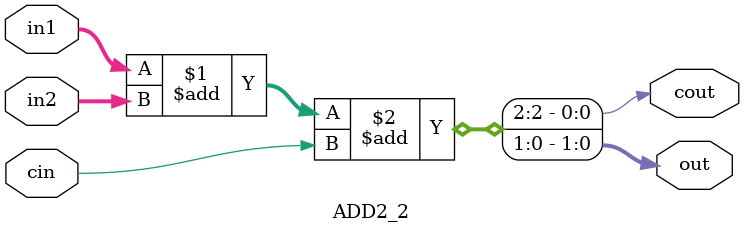
<source format=v>
module ADD2_2 #(parameter SIZE = 2)(input [SIZE-1:0] in1, in2, 
    input cin, output [SIZE-1:0] out, output cout);
assign {cout, out} = in1 + in2 + cin;
endmodule
</source>
